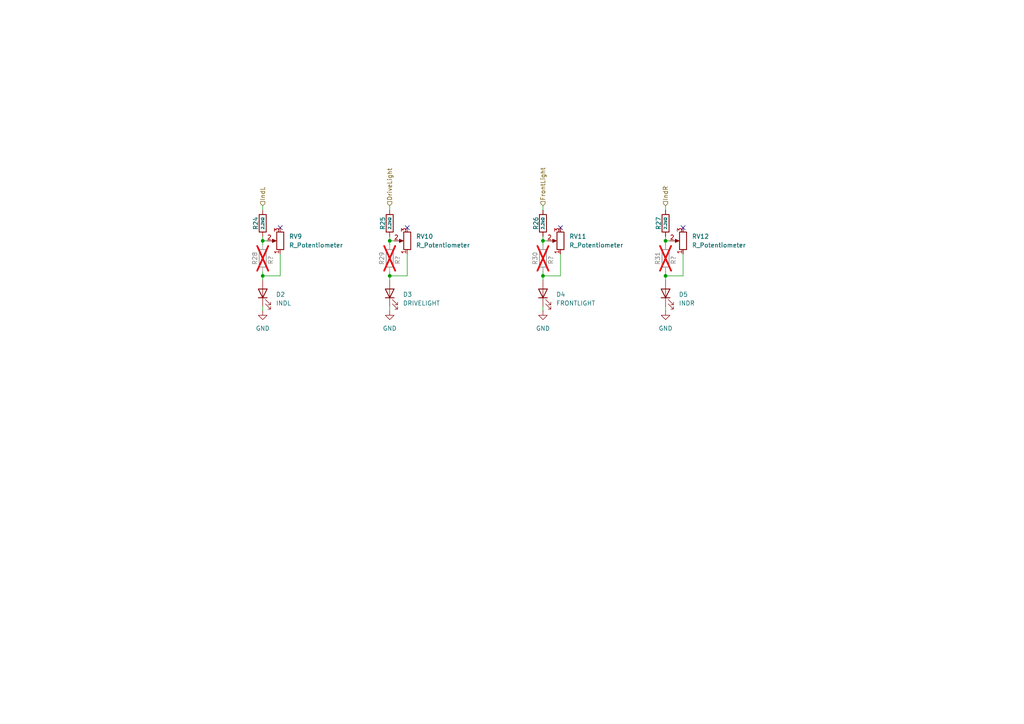
<source format=kicad_sch>
(kicad_sch
	(version 20250114)
	(generator "eeschema")
	(generator_version "9.0")
	(uuid "d040b736-035a-4725-8615-b645845469eb")
	(paper "A4")
	(title_block
		(title "Feedback LEDs")
		(date "2025-11-01")
		(rev "0")
		(company "Solar Energy Racers")
	)
	(lib_symbols
		(symbol "Device:LED"
			(pin_numbers
				(hide yes)
			)
			(pin_names
				(offset 1.016)
				(hide yes)
			)
			(exclude_from_sim no)
			(in_bom yes)
			(on_board yes)
			(property "Reference" "D"
				(at 0 2.54 0)
				(effects
					(font
						(size 1.27 1.27)
					)
				)
			)
			(property "Value" "LED"
				(at 0 -2.54 0)
				(effects
					(font
						(size 1.27 1.27)
					)
				)
			)
			(property "Footprint" ""
				(at 0 0 0)
				(effects
					(font
						(size 1.27 1.27)
					)
					(hide yes)
				)
			)
			(property "Datasheet" "~"
				(at 0 0 0)
				(effects
					(font
						(size 1.27 1.27)
					)
					(hide yes)
				)
			)
			(property "Description" "Light emitting diode"
				(at 0 0 0)
				(effects
					(font
						(size 1.27 1.27)
					)
					(hide yes)
				)
			)
			(property "Sim.Pins" "1=K 2=A"
				(at 0 0 0)
				(effects
					(font
						(size 1.27 1.27)
					)
					(hide yes)
				)
			)
			(property "ki_keywords" "LED diode"
				(at 0 0 0)
				(effects
					(font
						(size 1.27 1.27)
					)
					(hide yes)
				)
			)
			(property "ki_fp_filters" "LED* LED_SMD:* LED_THT:*"
				(at 0 0 0)
				(effects
					(font
						(size 1.27 1.27)
					)
					(hide yes)
				)
			)
			(symbol "LED_0_1"
				(polyline
					(pts
						(xy -3.048 -0.762) (xy -4.572 -2.286) (xy -3.81 -2.286) (xy -4.572 -2.286) (xy -4.572 -1.524)
					)
					(stroke
						(width 0)
						(type default)
					)
					(fill
						(type none)
					)
				)
				(polyline
					(pts
						(xy -1.778 -0.762) (xy -3.302 -2.286) (xy -2.54 -2.286) (xy -3.302 -2.286) (xy -3.302 -1.524)
					)
					(stroke
						(width 0)
						(type default)
					)
					(fill
						(type none)
					)
				)
				(polyline
					(pts
						(xy -1.27 0) (xy 1.27 0)
					)
					(stroke
						(width 0)
						(type default)
					)
					(fill
						(type none)
					)
				)
				(polyline
					(pts
						(xy -1.27 -1.27) (xy -1.27 1.27)
					)
					(stroke
						(width 0.254)
						(type default)
					)
					(fill
						(type none)
					)
				)
				(polyline
					(pts
						(xy 1.27 -1.27) (xy 1.27 1.27) (xy -1.27 0) (xy 1.27 -1.27)
					)
					(stroke
						(width 0.254)
						(type default)
					)
					(fill
						(type none)
					)
				)
			)
			(symbol "LED_1_1"
				(pin passive line
					(at -3.81 0 0)
					(length 2.54)
					(name "K"
						(effects
							(font
								(size 1.27 1.27)
							)
						)
					)
					(number "1"
						(effects
							(font
								(size 1.27 1.27)
							)
						)
					)
				)
				(pin passive line
					(at 3.81 0 180)
					(length 2.54)
					(name "A"
						(effects
							(font
								(size 1.27 1.27)
							)
						)
					)
					(number "2"
						(effects
							(font
								(size 1.27 1.27)
							)
						)
					)
				)
			)
			(embedded_fonts no)
		)
		(symbol "Device:R"
			(pin_numbers
				(hide yes)
			)
			(pin_names
				(offset 0)
			)
			(exclude_from_sim no)
			(in_bom yes)
			(on_board yes)
			(property "Reference" "R"
				(at 2.032 0 90)
				(effects
					(font
						(size 1.27 1.27)
					)
				)
			)
			(property "Value" "R"
				(at 0 0 90)
				(effects
					(font
						(size 1.27 1.27)
					)
				)
			)
			(property "Footprint" ""
				(at -1.778 0 90)
				(effects
					(font
						(size 1.27 1.27)
					)
					(hide yes)
				)
			)
			(property "Datasheet" "~"
				(at 0 0 0)
				(effects
					(font
						(size 1.27 1.27)
					)
					(hide yes)
				)
			)
			(property "Description" "Resistor"
				(at 0 0 0)
				(effects
					(font
						(size 1.27 1.27)
					)
					(hide yes)
				)
			)
			(property "ki_keywords" "R res resistor"
				(at 0 0 0)
				(effects
					(font
						(size 1.27 1.27)
					)
					(hide yes)
				)
			)
			(property "ki_fp_filters" "R_*"
				(at 0 0 0)
				(effects
					(font
						(size 1.27 1.27)
					)
					(hide yes)
				)
			)
			(symbol "R_0_1"
				(rectangle
					(start -1.016 -2.54)
					(end 1.016 2.54)
					(stroke
						(width 0.254)
						(type default)
					)
					(fill
						(type none)
					)
				)
			)
			(symbol "R_1_1"
				(pin passive line
					(at 0 3.81 270)
					(length 1.27)
					(name "~"
						(effects
							(font
								(size 1.27 1.27)
							)
						)
					)
					(number "1"
						(effects
							(font
								(size 1.27 1.27)
							)
						)
					)
				)
				(pin passive line
					(at 0 -3.81 90)
					(length 1.27)
					(name "~"
						(effects
							(font
								(size 1.27 1.27)
							)
						)
					)
					(number "2"
						(effects
							(font
								(size 1.27 1.27)
							)
						)
					)
				)
			)
			(embedded_fonts no)
		)
		(symbol "Device:R_Potentiometer"
			(pin_names
				(offset 1.016)
				(hide yes)
			)
			(exclude_from_sim no)
			(in_bom yes)
			(on_board yes)
			(property "Reference" "RV"
				(at -4.445 0 90)
				(effects
					(font
						(size 1.27 1.27)
					)
				)
			)
			(property "Value" "R_Potentiometer"
				(at -2.54 0 90)
				(effects
					(font
						(size 1.27 1.27)
					)
				)
			)
			(property "Footprint" ""
				(at 0 0 0)
				(effects
					(font
						(size 1.27 1.27)
					)
					(hide yes)
				)
			)
			(property "Datasheet" "~"
				(at 0 0 0)
				(effects
					(font
						(size 1.27 1.27)
					)
					(hide yes)
				)
			)
			(property "Description" "Potentiometer"
				(at 0 0 0)
				(effects
					(font
						(size 1.27 1.27)
					)
					(hide yes)
				)
			)
			(property "ki_keywords" "resistor variable"
				(at 0 0 0)
				(effects
					(font
						(size 1.27 1.27)
					)
					(hide yes)
				)
			)
			(property "ki_fp_filters" "Potentiometer*"
				(at 0 0 0)
				(effects
					(font
						(size 1.27 1.27)
					)
					(hide yes)
				)
			)
			(symbol "R_Potentiometer_0_1"
				(rectangle
					(start 1.016 2.54)
					(end -1.016 -2.54)
					(stroke
						(width 0.254)
						(type default)
					)
					(fill
						(type none)
					)
				)
				(polyline
					(pts
						(xy 1.143 0) (xy 2.286 0.508) (xy 2.286 -0.508) (xy 1.143 0)
					)
					(stroke
						(width 0)
						(type default)
					)
					(fill
						(type outline)
					)
				)
				(polyline
					(pts
						(xy 2.54 0) (xy 1.524 0)
					)
					(stroke
						(width 0)
						(type default)
					)
					(fill
						(type none)
					)
				)
			)
			(symbol "R_Potentiometer_1_1"
				(pin passive line
					(at 0 3.81 270)
					(length 1.27)
					(name "1"
						(effects
							(font
								(size 1.27 1.27)
							)
						)
					)
					(number "1"
						(effects
							(font
								(size 1.27 1.27)
							)
						)
					)
				)
				(pin passive line
					(at 0 -3.81 90)
					(length 1.27)
					(name "3"
						(effects
							(font
								(size 1.27 1.27)
							)
						)
					)
					(number "3"
						(effects
							(font
								(size 1.27 1.27)
							)
						)
					)
				)
				(pin passive line
					(at 3.81 0 180)
					(length 1.27)
					(name "2"
						(effects
							(font
								(size 1.27 1.27)
							)
						)
					)
					(number "2"
						(effects
							(font
								(size 1.27 1.27)
							)
						)
					)
				)
			)
			(embedded_fonts no)
		)
		(symbol "PCM_JLCPCB-Resistors:0603,2.2kΩ"
			(pin_numbers
				(hide yes)
			)
			(pin_names
				(offset 0)
			)
			(exclude_from_sim no)
			(in_bom yes)
			(on_board yes)
			(property "Reference" "R"
				(at 1.778 0 0)
				(effects
					(font
						(size 1.27 1.27)
					)
					(justify left)
				)
			)
			(property "Value" "2.2kΩ"
				(at 0 0 90)
				(do_not_autoplace)
				(effects
					(font
						(size 0.8 0.8)
					)
				)
			)
			(property "Footprint" "PCM_JLCPCB:R_0603"
				(at -1.778 0 90)
				(effects
					(font
						(size 1.27 1.27)
					)
					(hide yes)
				)
			)
			(property "Datasheet" "https://www.lcsc.com/datasheet/lcsc_datasheet_2206010230_UNI-ROYAL-Uniroyal-Elec-0603WAF2201T5E_C4190.pdf"
				(at 0 0 0)
				(effects
					(font
						(size 1.27 1.27)
					)
					(hide yes)
				)
			)
			(property "Description" "100mW Thick Film Resistors 75V ±100ppm/°C ±1% 2.2kΩ 0603 Chip Resistor - Surface Mount ROHS"
				(at 0 0 0)
				(effects
					(font
						(size 1.27 1.27)
					)
					(hide yes)
				)
			)
			(property "LCSC" "C4190"
				(at 0 0 0)
				(effects
					(font
						(size 1.27 1.27)
					)
					(hide yes)
				)
			)
			(property "Stock" "3259603"
				(at 0 0 0)
				(effects
					(font
						(size 1.27 1.27)
					)
					(hide yes)
				)
			)
			(property "Price" "0.004USD"
				(at 0 0 0)
				(effects
					(font
						(size 1.27 1.27)
					)
					(hide yes)
				)
			)
			(property "Process" "SMT"
				(at 0 0 0)
				(effects
					(font
						(size 1.27 1.27)
					)
					(hide yes)
				)
			)
			(property "Minimum Qty" "20"
				(at 0 0 0)
				(effects
					(font
						(size 1.27 1.27)
					)
					(hide yes)
				)
			)
			(property "Attrition Qty" "10"
				(at 0 0 0)
				(effects
					(font
						(size 1.27 1.27)
					)
					(hide yes)
				)
			)
			(property "Class" "Basic Component"
				(at 0 0 0)
				(effects
					(font
						(size 1.27 1.27)
					)
					(hide yes)
				)
			)
			(property "Category" "Resistors,Chip Resistor - Surface Mount"
				(at 0 0 0)
				(effects
					(font
						(size 1.27 1.27)
					)
					(hide yes)
				)
			)
			(property "Manufacturer" "UNI-ROYAL(Uniroyal Elec)"
				(at 0 0 0)
				(effects
					(font
						(size 1.27 1.27)
					)
					(hide yes)
				)
			)
			(property "Part" "0603WAF2201T5E"
				(at 0 0 0)
				(effects
					(font
						(size 1.27 1.27)
					)
					(hide yes)
				)
			)
			(property "Resistance" "2.2kΩ"
				(at 0 0 0)
				(effects
					(font
						(size 1.27 1.27)
					)
					(hide yes)
				)
			)
			(property "Power(Watts)" "100mW"
				(at 0 0 0)
				(effects
					(font
						(size 1.27 1.27)
					)
					(hide yes)
				)
			)
			(property "Type" "Thick Film Resistors"
				(at 0 0 0)
				(effects
					(font
						(size 1.27 1.27)
					)
					(hide yes)
				)
			)
			(property "Overload Voltage (Max)" "75V"
				(at 0 0 0)
				(effects
					(font
						(size 1.27 1.27)
					)
					(hide yes)
				)
			)
			(property "Operating Temperature Range" "-55°C~+155°C"
				(at 0 0 0)
				(effects
					(font
						(size 1.27 1.27)
					)
					(hide yes)
				)
			)
			(property "Tolerance" "±1%"
				(at 0 0 0)
				(effects
					(font
						(size 1.27 1.27)
					)
					(hide yes)
				)
			)
			(property "Temperature Coefficient" "±100ppm/°C"
				(at 0 0 0)
				(effects
					(font
						(size 1.27 1.27)
					)
					(hide yes)
				)
			)
			(property "ki_fp_filters" "R_*"
				(at 0 0 0)
				(effects
					(font
						(size 1.27 1.27)
					)
					(hide yes)
				)
			)
			(symbol "0603,2.2kΩ_0_1"
				(rectangle
					(start -1.016 2.54)
					(end 1.016 -2.54)
					(stroke
						(width 0.254)
						(type default)
					)
					(fill
						(type none)
					)
				)
			)
			(symbol "0603,2.2kΩ_1_1"
				(pin passive line
					(at 0 3.81 270)
					(length 1.27)
					(name "~"
						(effects
							(font
								(size 1.27 1.27)
							)
						)
					)
					(number "1"
						(effects
							(font
								(size 1.27 1.27)
							)
						)
					)
				)
				(pin passive line
					(at 0 -3.81 90)
					(length 1.27)
					(name "~"
						(effects
							(font
								(size 1.27 1.27)
							)
						)
					)
					(number "2"
						(effects
							(font
								(size 1.27 1.27)
							)
						)
					)
				)
			)
			(embedded_fonts no)
		)
		(symbol "power:GND"
			(power)
			(pin_numbers
				(hide yes)
			)
			(pin_names
				(offset 0)
				(hide yes)
			)
			(exclude_from_sim no)
			(in_bom yes)
			(on_board yes)
			(property "Reference" "#PWR"
				(at 0 -6.35 0)
				(effects
					(font
						(size 1.27 1.27)
					)
					(hide yes)
				)
			)
			(property "Value" "GND"
				(at 0 -3.81 0)
				(effects
					(font
						(size 1.27 1.27)
					)
				)
			)
			(property "Footprint" ""
				(at 0 0 0)
				(effects
					(font
						(size 1.27 1.27)
					)
					(hide yes)
				)
			)
			(property "Datasheet" ""
				(at 0 0 0)
				(effects
					(font
						(size 1.27 1.27)
					)
					(hide yes)
				)
			)
			(property "Description" "Power symbol creates a global label with name \"GND\" , ground"
				(at 0 0 0)
				(effects
					(font
						(size 1.27 1.27)
					)
					(hide yes)
				)
			)
			(property "ki_keywords" "global power"
				(at 0 0 0)
				(effects
					(font
						(size 1.27 1.27)
					)
					(hide yes)
				)
			)
			(symbol "GND_0_1"
				(polyline
					(pts
						(xy 0 0) (xy 0 -1.27) (xy 1.27 -1.27) (xy 0 -2.54) (xy -1.27 -1.27) (xy 0 -1.27)
					)
					(stroke
						(width 0)
						(type default)
					)
					(fill
						(type none)
					)
				)
			)
			(symbol "GND_1_1"
				(pin power_in line
					(at 0 0 270)
					(length 0)
					(name "~"
						(effects
							(font
								(size 1.27 1.27)
							)
						)
					)
					(number "1"
						(effects
							(font
								(size 1.27 1.27)
							)
						)
					)
				)
			)
			(embedded_fonts no)
		)
	)
	(junction
		(at 193.04 80.01)
		(diameter 0)
		(color 0 0 0 0)
		(uuid "06331690-cbf6-4a3e-a840-96f8cfb76ca9")
	)
	(junction
		(at 157.48 69.85)
		(diameter 0)
		(color 0 0 0 0)
		(uuid "3da57b74-8dfb-4842-81fa-60968ab4f5c3")
	)
	(junction
		(at 76.2 80.01)
		(diameter 0)
		(color 0 0 0 0)
		(uuid "4bfd2606-e1b0-496b-8952-f662580ea45f")
	)
	(junction
		(at 76.2 69.85)
		(diameter 0)
		(color 0 0 0 0)
		(uuid "627c2ccd-3ddf-4485-b6d2-ba4eb16957ef")
	)
	(junction
		(at 157.48 80.01)
		(diameter 0)
		(color 0 0 0 0)
		(uuid "70933f19-f54c-44df-8a03-ca662197457d")
	)
	(junction
		(at 113.03 69.85)
		(diameter 0)
		(color 0 0 0 0)
		(uuid "a12a75fd-f1e4-4799-bee8-427ecb3a89a5")
	)
	(junction
		(at 113.03 80.01)
		(diameter 0)
		(color 0 0 0 0)
		(uuid "ac770ed6-e7d1-49d3-9118-5fec77fb2e94")
	)
	(junction
		(at 193.04 69.85)
		(diameter 0)
		(color 0 0 0 0)
		(uuid "f1b17708-7f5c-4e68-9069-ac323dbd64b4")
	)
	(no_connect
		(at 81.28 66.04)
		(uuid "6e777b06-a429-4e36-a834-cad6babb5444")
	)
	(no_connect
		(at 198.12 66.04)
		(uuid "a1274d38-ae04-4fb8-b9b9-4238fcf9734b")
	)
	(no_connect
		(at 162.56 66.04)
		(uuid "afa9c2cf-8180-4f42-abd4-636ff54d6dbc")
	)
	(no_connect
		(at 118.11 66.04)
		(uuid "d7ddc612-0e9f-4189-97bd-bfb7e40875f0")
	)
	(wire
		(pts
			(xy 113.03 69.85) (xy 114.3 69.85)
		)
		(stroke
			(width 0)
			(type default)
		)
		(uuid "07fc92a7-0827-46fd-a483-9504ea4835aa")
	)
	(wire
		(pts
			(xy 193.04 69.85) (xy 193.04 71.12)
		)
		(stroke
			(width 0)
			(type default)
		)
		(uuid "15776883-6208-45ad-928c-5ed217257862")
	)
	(wire
		(pts
			(xy 118.11 73.66) (xy 118.11 80.01)
		)
		(stroke
			(width 0)
			(type default)
		)
		(uuid "1d89c959-d4fa-4b3a-9b33-0333b01ed380")
	)
	(wire
		(pts
			(xy 198.12 80.01) (xy 193.04 80.01)
		)
		(stroke
			(width 0)
			(type default)
		)
		(uuid "1e38e590-df95-4043-8eb4-9d78958603f7")
	)
	(wire
		(pts
			(xy 76.2 88.9) (xy 76.2 90.17)
		)
		(stroke
			(width 0)
			(type default)
		)
		(uuid "2e540fd3-5e01-45b0-aa02-91c4aed11ff7")
	)
	(wire
		(pts
			(xy 157.48 69.85) (xy 157.48 71.12)
		)
		(stroke
			(width 0)
			(type default)
		)
		(uuid "406923d0-052d-4493-8363-e2c4283f1fea")
	)
	(wire
		(pts
			(xy 76.2 78.74) (xy 76.2 80.01)
		)
		(stroke
			(width 0)
			(type default)
		)
		(uuid "42bc9397-4c62-4417-b754-9d368f33492c")
	)
	(wire
		(pts
			(xy 157.48 80.01) (xy 157.48 81.28)
		)
		(stroke
			(width 0)
			(type default)
		)
		(uuid "526f1619-9947-448f-b7da-d289172fa2e1")
	)
	(wire
		(pts
			(xy 113.03 69.85) (xy 113.03 71.12)
		)
		(stroke
			(width 0)
			(type default)
		)
		(uuid "5a68a0e7-59c6-46f3-911e-68082df5c5e3")
	)
	(wire
		(pts
			(xy 157.48 78.74) (xy 157.48 80.01)
		)
		(stroke
			(width 0)
			(type default)
		)
		(uuid "5f35c375-9f00-4649-a36b-91477ee30b69")
	)
	(wire
		(pts
			(xy 113.03 88.9) (xy 113.03 90.17)
		)
		(stroke
			(width 0)
			(type default)
		)
		(uuid "601fcba5-558d-4828-a55b-6cc0539a3979")
	)
	(wire
		(pts
			(xy 193.04 68.58) (xy 193.04 69.85)
		)
		(stroke
			(width 0)
			(type default)
		)
		(uuid "6418b9da-f8b0-4d2e-9e6f-04d779759b03")
	)
	(wire
		(pts
			(xy 198.12 73.66) (xy 198.12 80.01)
		)
		(stroke
			(width 0)
			(type default)
		)
		(uuid "64e64ebe-9c8a-4828-8afa-ea1c47888fc7")
	)
	(wire
		(pts
			(xy 113.03 68.58) (xy 113.03 69.85)
		)
		(stroke
			(width 0)
			(type default)
		)
		(uuid "6d97e3fe-85e6-4cc6-a67d-61ffc0b429b9")
	)
	(wire
		(pts
			(xy 157.48 59.69) (xy 157.48 60.96)
		)
		(stroke
			(width 0)
			(type default)
		)
		(uuid "740113c8-7e76-444c-b88b-47b1c96533e9")
	)
	(wire
		(pts
			(xy 193.04 78.74) (xy 193.04 80.01)
		)
		(stroke
			(width 0)
			(type default)
		)
		(uuid "85106953-0d04-4e7e-8078-8a96aebd47ca")
	)
	(wire
		(pts
			(xy 193.04 69.85) (xy 194.31 69.85)
		)
		(stroke
			(width 0)
			(type default)
		)
		(uuid "89efd21c-886e-4c44-91a2-da8f64ca7fa4")
	)
	(wire
		(pts
			(xy 113.03 80.01) (xy 113.03 81.28)
		)
		(stroke
			(width 0)
			(type default)
		)
		(uuid "8f99b862-9e5c-48ea-9511-1d4c3c8fe819")
	)
	(wire
		(pts
			(xy 76.2 59.69) (xy 76.2 60.96)
		)
		(stroke
			(width 0)
			(type default)
		)
		(uuid "92eac492-079e-4f96-b89f-c0eb4f5fbbce")
	)
	(wire
		(pts
			(xy 76.2 80.01) (xy 76.2 81.28)
		)
		(stroke
			(width 0)
			(type default)
		)
		(uuid "939d338f-69a7-48d9-b371-26cab51e916b")
	)
	(wire
		(pts
			(xy 157.48 68.58) (xy 157.48 69.85)
		)
		(stroke
			(width 0)
			(type default)
		)
		(uuid "9e2d61af-5190-4d55-8a15-1c64b7178694")
	)
	(wire
		(pts
			(xy 81.28 73.66) (xy 81.28 80.01)
		)
		(stroke
			(width 0)
			(type default)
		)
		(uuid "a38cef29-318a-4939-835c-0d6b6cca0476")
	)
	(wire
		(pts
			(xy 193.04 80.01) (xy 193.04 81.28)
		)
		(stroke
			(width 0)
			(type default)
		)
		(uuid "a7dda42b-2d8a-44bb-95fc-3e31463cc1b0")
	)
	(wire
		(pts
			(xy 76.2 68.58) (xy 76.2 69.85)
		)
		(stroke
			(width 0)
			(type default)
		)
		(uuid "b69ba3bc-a1e8-49c0-9927-abfd130556a3")
	)
	(wire
		(pts
			(xy 76.2 69.85) (xy 76.2 71.12)
		)
		(stroke
			(width 0)
			(type default)
		)
		(uuid "bd775411-0692-4eaa-ba81-3e742db95d0b")
	)
	(wire
		(pts
			(xy 162.56 80.01) (xy 157.48 80.01)
		)
		(stroke
			(width 0)
			(type default)
		)
		(uuid "cb4ae20e-db68-43c5-99c6-e4ef7f02fec8")
	)
	(wire
		(pts
			(xy 76.2 69.85) (xy 77.47 69.85)
		)
		(stroke
			(width 0)
			(type default)
		)
		(uuid "cd1f75a3-4684-4dd1-ae34-8e8ecfa39fc7")
	)
	(wire
		(pts
			(xy 157.48 88.9) (xy 157.48 90.17)
		)
		(stroke
			(width 0)
			(type default)
		)
		(uuid "d1503ae6-cfd8-42a3-98d0-1f5e97c7ce1f")
	)
	(wire
		(pts
			(xy 157.48 69.85) (xy 158.75 69.85)
		)
		(stroke
			(width 0)
			(type default)
		)
		(uuid "da4f36c7-51df-4c08-938d-a2a1a70b6557")
	)
	(wire
		(pts
			(xy 81.28 80.01) (xy 76.2 80.01)
		)
		(stroke
			(width 0)
			(type default)
		)
		(uuid "e112cc20-e4e7-4f55-8372-e2e2f431e2fb")
	)
	(wire
		(pts
			(xy 113.03 59.69) (xy 113.03 60.96)
		)
		(stroke
			(width 0)
			(type default)
		)
		(uuid "e70ce046-2e0a-4bd8-821d-dc46c9ac9daf")
	)
	(wire
		(pts
			(xy 193.04 88.9) (xy 193.04 90.17)
		)
		(stroke
			(width 0)
			(type default)
		)
		(uuid "ed1b9981-09a3-4091-9a8d-8727a475532f")
	)
	(wire
		(pts
			(xy 118.11 80.01) (xy 113.03 80.01)
		)
		(stroke
			(width 0)
			(type default)
		)
		(uuid "f26cf860-cb6e-439c-8079-e986f4bfd42c")
	)
	(wire
		(pts
			(xy 162.56 73.66) (xy 162.56 80.01)
		)
		(stroke
			(width 0)
			(type default)
		)
		(uuid "f28c751f-2c01-4b32-941c-22405dd50ccc")
	)
	(wire
		(pts
			(xy 193.04 59.69) (xy 193.04 60.96)
		)
		(stroke
			(width 0)
			(type default)
		)
		(uuid "f5bcba49-52af-4abf-bb92-6689e13a29cb")
	)
	(wire
		(pts
			(xy 113.03 78.74) (xy 113.03 80.01)
		)
		(stroke
			(width 0)
			(type default)
		)
		(uuid "fb6f1a05-2989-4f60-9f22-d040c1b6d9e1")
	)
	(hierarchical_label "DriveLight"
		(shape input)
		(at 113.03 59.69 90)
		(effects
			(font
				(size 1.27 1.27)
			)
			(justify left)
		)
		(uuid "06286d03-c3c1-4411-a069-9b5b8919746a")
	)
	(hierarchical_label "IndL"
		(shape input)
		(at 76.2 59.69 90)
		(effects
			(font
				(size 1.27 1.27)
			)
			(justify left)
		)
		(uuid "29feb92c-54df-4c9e-b641-812244396380")
	)
	(hierarchical_label "IndR"
		(shape input)
		(at 193.04 59.69 90)
		(effects
			(font
				(size 1.27 1.27)
			)
			(justify left)
		)
		(uuid "68eac22c-c4ad-40be-90eb-2d4c4e16f36a")
	)
	(hierarchical_label "FrontLight"
		(shape input)
		(at 157.48 59.69 90)
		(effects
			(font
				(size 1.27 1.27)
			)
			(justify left)
		)
		(uuid "b28493d7-7df9-48df-9d51-c270242b39aa")
	)
	(symbol
		(lib_id "PCM_JLCPCB-Resistors:0603,2.2kΩ")
		(at 113.03 64.77 180)
		(unit 1)
		(exclude_from_sim no)
		(in_bom yes)
		(on_board yes)
		(dnp no)
		(uuid "060e273b-c2cc-47a1-9887-e7e9bff4bde9")
		(property "Reference" "R25"
			(at 110.998 64.77 90)
			(effects
				(font
					(size 1.27 1.27)
				)
			)
		)
		(property "Value" "2.2kΩ"
			(at 113.03 64.77 90)
			(do_not_autoplace yes)
			(effects
				(font
					(size 0.8 0.8)
				)
			)
		)
		(property "Footprint" "PCM_JLCPCB:R_0603"
			(at 114.808 64.77 90)
			(effects
				(font
					(size 1.27 1.27)
				)
				(hide yes)
			)
		)
		(property "Datasheet" "https://www.lcsc.com/datasheet/lcsc_datasheet_2206010230_UNI-ROYAL-Uniroyal-Elec-0603WAF2201T5E_C4190.pdf"
			(at 113.03 64.77 0)
			(effects
				(font
					(size 1.27 1.27)
				)
				(hide yes)
			)
		)
		(property "Description" "100mW Thick Film Resistors 75V ±100ppm/°C ±1% 2.2kΩ 0603 Chip Resistor - Surface Mount ROHS"
			(at 113.03 64.77 0)
			(effects
				(font
					(size 1.27 1.27)
				)
				(hide yes)
			)
		)
		(property "LCSC" "C4190"
			(at 113.03 64.77 0)
			(effects
				(font
					(size 1.27 1.27)
				)
				(hide yes)
			)
		)
		(property "Stock" "3259603"
			(at 113.03 64.77 0)
			(effects
				(font
					(size 1.27 1.27)
				)
				(hide yes)
			)
		)
		(property "Price" "0.004USD"
			(at 113.03 64.77 0)
			(effects
				(font
					(size 1.27 1.27)
				)
				(hide yes)
			)
		)
		(property "Process" "SMT"
			(at 113.03 64.77 0)
			(effects
				(font
					(size 1.27 1.27)
				)
				(hide yes)
			)
		)
		(property "Minimum Qty" "20"
			(at 113.03 64.77 0)
			(effects
				(font
					(size 1.27 1.27)
				)
				(hide yes)
			)
		)
		(property "Attrition Qty" "10"
			(at 113.03 64.77 0)
			(effects
				(font
					(size 1.27 1.27)
				)
				(hide yes)
			)
		)
		(property "Class" "Basic Component"
			(at 113.03 64.77 0)
			(effects
				(font
					(size 1.27 1.27)
				)
				(hide yes)
			)
		)
		(property "Category" "Resistors,Chip Resistor - Surface Mount"
			(at 113.03 64.77 0)
			(effects
				(font
					(size 1.27 1.27)
				)
				(hide yes)
			)
		)
		(property "Manufacturer" "UNI-ROYAL(Uniroyal Elec)"
			(at 113.03 64.77 0)
			(effects
				(font
					(size 1.27 1.27)
				)
				(hide yes)
			)
		)
		(property "Part" "0603WAF2201T5E"
			(at 113.03 64.77 0)
			(effects
				(font
					(size 1.27 1.27)
				)
				(hide yes)
			)
		)
		(property "Resistance" "2.2kΩ"
			(at 113.03 64.77 0)
			(effects
				(font
					(size 1.27 1.27)
				)
				(hide yes)
			)
		)
		(property "Power(Watts)" "100mW"
			(at 113.03 64.77 0)
			(effects
				(font
					(size 1.27 1.27)
				)
				(hide yes)
			)
		)
		(property "Type" "Thick Film Resistors"
			(at 113.03 64.77 0)
			(effects
				(font
					(size 1.27 1.27)
				)
				(hide yes)
			)
		)
		(property "Overload Voltage (Max)" "75V"
			(at 113.03 64.77 0)
			(effects
				(font
					(size 1.27 1.27)
				)
				(hide yes)
			)
		)
		(property "Operating Temperature Range" "-55°C~+155°C"
			(at 113.03 64.77 0)
			(effects
				(font
					(size 1.27 1.27)
				)
				(hide yes)
			)
		)
		(property "Tolerance" "±1%"
			(at 113.03 64.77 0)
			(effects
				(font
					(size 1.27 1.27)
				)
				(hide yes)
			)
		)
		(property "Temperature Coefficient" "±100ppm/°C"
			(at 113.03 64.77 0)
			(effects
				(font
					(size 1.27 1.27)
				)
				(hide yes)
			)
		)
		(pin "2"
			(uuid "908db88a-7f74-4a97-b0b7-4f9cdff0b094")
		)
		(pin "1"
			(uuid "a77f14c7-e657-41b0-bfe3-cb9f0c8938be")
		)
		(instances
			(project "AuxController"
				(path "/9544068f-39f5-4662-8d0e-f77047cf820d/eb1ad243-61d0-487a-91c4-137ca779a7e0"
					(reference "R25")
					(unit 1)
				)
			)
		)
	)
	(symbol
		(lib_id "Device:R_Potentiometer")
		(at 162.56 69.85 180)
		(unit 1)
		(exclude_from_sim no)
		(in_bom yes)
		(on_board yes)
		(dnp no)
		(fields_autoplaced yes)
		(uuid "0ab1df1c-3f7c-4f9c-8703-9b274fb6e58f")
		(property "Reference" "RV11"
			(at 165.1 68.5799 0)
			(effects
				(font
					(size 1.27 1.27)
				)
				(justify right)
			)
		)
		(property "Value" "R_Potentiometer"
			(at 165.1 71.1199 0)
			(effects
				(font
					(size 1.27 1.27)
				)
				(justify right)
			)
		)
		(property "Footprint" "Potentiometer_SMD:Potentiometer_Bourns_TC33X_Vertical"
			(at 162.56 69.85 0)
			(effects
				(font
					(size 1.27 1.27)
				)
				(hide yes)
			)
		)
		(property "Datasheet" "~"
			(at 162.56 69.85 0)
			(effects
				(font
					(size 1.27 1.27)
				)
				(hide yes)
			)
		)
		(property "Description" "TC33X-2-104E"
			(at 162.56 69.85 0)
			(effects
				(font
					(size 1.27 1.27)
				)
				(hide yes)
			)
		)
		(pin "2"
			(uuid "75083e84-fccd-47e3-909a-2996d78f4f93")
		)
		(pin "3"
			(uuid "7fb414a6-bf68-4d69-ab09-02cf87d043e6")
		)
		(pin "1"
			(uuid "626cb408-8705-4693-b35a-1e7ed554ab97")
		)
		(instances
			(project "AuxController"
				(path "/9544068f-39f5-4662-8d0e-f77047cf820d/eb1ad243-61d0-487a-91c4-137ca779a7e0"
					(reference "RV11")
					(unit 1)
				)
			)
		)
	)
	(symbol
		(lib_id "PCM_JLCPCB-Resistors:0603,2.2kΩ")
		(at 193.04 64.77 180)
		(unit 1)
		(exclude_from_sim no)
		(in_bom yes)
		(on_board yes)
		(dnp no)
		(uuid "0dced7c7-bb36-4278-a7e4-3fe8516f1b71")
		(property "Reference" "R27"
			(at 191.008 64.77 90)
			(effects
				(font
					(size 1.27 1.27)
				)
			)
		)
		(property "Value" "2.2kΩ"
			(at 193.04 64.77 90)
			(do_not_autoplace yes)
			(effects
				(font
					(size 0.8 0.8)
				)
			)
		)
		(property "Footprint" "PCM_JLCPCB:R_0603"
			(at 194.818 64.77 90)
			(effects
				(font
					(size 1.27 1.27)
				)
				(hide yes)
			)
		)
		(property "Datasheet" "https://www.lcsc.com/datasheet/lcsc_datasheet_2206010230_UNI-ROYAL-Uniroyal-Elec-0603WAF2201T5E_C4190.pdf"
			(at 193.04 64.77 0)
			(effects
				(font
					(size 1.27 1.27)
				)
				(hide yes)
			)
		)
		(property "Description" "100mW Thick Film Resistors 75V ±100ppm/°C ±1% 2.2kΩ 0603 Chip Resistor - Surface Mount ROHS"
			(at 193.04 64.77 0)
			(effects
				(font
					(size 1.27 1.27)
				)
				(hide yes)
			)
		)
		(property "LCSC" "C4190"
			(at 193.04 64.77 0)
			(effects
				(font
					(size 1.27 1.27)
				)
				(hide yes)
			)
		)
		(property "Stock" "3259603"
			(at 193.04 64.77 0)
			(effects
				(font
					(size 1.27 1.27)
				)
				(hide yes)
			)
		)
		(property "Price" "0.004USD"
			(at 193.04 64.77 0)
			(effects
				(font
					(size 1.27 1.27)
				)
				(hide yes)
			)
		)
		(property "Process" "SMT"
			(at 193.04 64.77 0)
			(effects
				(font
					(size 1.27 1.27)
				)
				(hide yes)
			)
		)
		(property "Minimum Qty" "20"
			(at 193.04 64.77 0)
			(effects
				(font
					(size 1.27 1.27)
				)
				(hide yes)
			)
		)
		(property "Attrition Qty" "10"
			(at 193.04 64.77 0)
			(effects
				(font
					(size 1.27 1.27)
				)
				(hide yes)
			)
		)
		(property "Class" "Basic Component"
			(at 193.04 64.77 0)
			(effects
				(font
					(size 1.27 1.27)
				)
				(hide yes)
			)
		)
		(property "Category" "Resistors,Chip Resistor - Surface Mount"
			(at 193.04 64.77 0)
			(effects
				(font
					(size 1.27 1.27)
				)
				(hide yes)
			)
		)
		(property "Manufacturer" "UNI-ROYAL(Uniroyal Elec)"
			(at 193.04 64.77 0)
			(effects
				(font
					(size 1.27 1.27)
				)
				(hide yes)
			)
		)
		(property "Part" "0603WAF2201T5E"
			(at 193.04 64.77 0)
			(effects
				(font
					(size 1.27 1.27)
				)
				(hide yes)
			)
		)
		(property "Resistance" "2.2kΩ"
			(at 193.04 64.77 0)
			(effects
				(font
					(size 1.27 1.27)
				)
				(hide yes)
			)
		)
		(property "Power(Watts)" "100mW"
			(at 193.04 64.77 0)
			(effects
				(font
					(size 1.27 1.27)
				)
				(hide yes)
			)
		)
		(property "Type" "Thick Film Resistors"
			(at 193.04 64.77 0)
			(effects
				(font
					(size 1.27 1.27)
				)
				(hide yes)
			)
		)
		(property "Overload Voltage (Max)" "75V"
			(at 193.04 64.77 0)
			(effects
				(font
					(size 1.27 1.27)
				)
				(hide yes)
			)
		)
		(property "Operating Temperature Range" "-55°C~+155°C"
			(at 193.04 64.77 0)
			(effects
				(font
					(size 1.27 1.27)
				)
				(hide yes)
			)
		)
		(property "Tolerance" "±1%"
			(at 193.04 64.77 0)
			(effects
				(font
					(size 1.27 1.27)
				)
				(hide yes)
			)
		)
		(property "Temperature Coefficient" "±100ppm/°C"
			(at 193.04 64.77 0)
			(effects
				(font
					(size 1.27 1.27)
				)
				(hide yes)
			)
		)
		(pin "2"
			(uuid "700f2e13-98bb-440e-ad68-b7914ed0178d")
		)
		(pin "1"
			(uuid "c529be6e-eb7c-46d2-9d44-9b0634032ec3")
		)
		(instances
			(project "AuxController"
				(path "/9544068f-39f5-4662-8d0e-f77047cf820d/eb1ad243-61d0-487a-91c4-137ca779a7e0"
					(reference "R27")
					(unit 1)
				)
			)
		)
	)
	(symbol
		(lib_id "Device:R_Potentiometer")
		(at 81.28 69.85 180)
		(unit 1)
		(exclude_from_sim no)
		(in_bom yes)
		(on_board yes)
		(dnp no)
		(fields_autoplaced yes)
		(uuid "10cbcb8f-c149-4c1b-80a8-69b768d3a598")
		(property "Reference" "RV9"
			(at 83.82 68.5799 0)
			(effects
				(font
					(size 1.27 1.27)
				)
				(justify right)
			)
		)
		(property "Value" "R_Potentiometer"
			(at 83.82 71.1199 0)
			(effects
				(font
					(size 1.27 1.27)
				)
				(justify right)
			)
		)
		(property "Footprint" "Potentiometer_SMD:Potentiometer_Bourns_TC33X_Vertical"
			(at 81.28 69.85 0)
			(effects
				(font
					(size 1.27 1.27)
				)
				(hide yes)
			)
		)
		(property "Datasheet" "~"
			(at 81.28 69.85 0)
			(effects
				(font
					(size 1.27 1.27)
				)
				(hide yes)
			)
		)
		(property "Description" "TC33X-2-104E"
			(at 81.28 69.85 0)
			(effects
				(font
					(size 1.27 1.27)
				)
				(hide yes)
			)
		)
		(pin "2"
			(uuid "d1f44be1-0a21-4678-b74d-cceb1556ab86")
		)
		(pin "3"
			(uuid "1f3a3934-d21d-4a2c-a24d-a51510f2a06b")
		)
		(pin "1"
			(uuid "786b80ab-07d6-4508-8aac-e78778bec65d")
		)
		(instances
			(project "AuxController"
				(path "/9544068f-39f5-4662-8d0e-f77047cf820d/eb1ad243-61d0-487a-91c4-137ca779a7e0"
					(reference "RV9")
					(unit 1)
				)
			)
		)
	)
	(symbol
		(lib_id "Device:R")
		(at 76.2 74.93 180)
		(unit 1)
		(exclude_from_sim no)
		(in_bom no)
		(on_board yes)
		(dnp yes)
		(uuid "29bc4399-cc1d-4a53-97cd-76fb043bc23f")
		(property "Reference" "R28"
			(at 73.914 74.93 90)
			(effects
				(font
					(size 1.27 1.27)
				)
			)
		)
		(property "Value" "R?"
			(at 78.486 75.438 90)
			(effects
				(font
					(size 1.27 1.27)
				)
			)
		)
		(property "Footprint" "Resistor_SMD:R_0603_1608Metric"
			(at 77.978 74.93 90)
			(effects
				(font
					(size 1.27 1.27)
				)
				(hide yes)
			)
		)
		(property "Datasheet" "~"
			(at 76.2 74.93 0)
			(effects
				(font
					(size 1.27 1.27)
				)
				(hide yes)
			)
		)
		(property "Description" "Resistor"
			(at 76.2 74.93 0)
			(effects
				(font
					(size 1.27 1.27)
				)
				(hide yes)
			)
		)
		(pin "1"
			(uuid "9a5fee82-d7fb-4355-83a7-3cf346d6ad46")
		)
		(pin "2"
			(uuid "e631ad05-610f-4085-a246-c34f29aa4a89")
		)
		(instances
			(project "AuxController"
				(path "/9544068f-39f5-4662-8d0e-f77047cf820d/eb1ad243-61d0-487a-91c4-137ca779a7e0"
					(reference "R28")
					(unit 1)
				)
			)
		)
	)
	(symbol
		(lib_id "Device:LED")
		(at 193.04 85.09 90)
		(unit 1)
		(exclude_from_sim no)
		(in_bom yes)
		(on_board yes)
		(dnp no)
		(fields_autoplaced yes)
		(uuid "2c327b5e-9653-4dd6-9bda-dccf4aec6e93")
		(property "Reference" "D5"
			(at 196.85 85.4074 90)
			(effects
				(font
					(size 1.27 1.27)
				)
				(justify right)
			)
		)
		(property "Value" "INDR"
			(at 196.85 87.9474 90)
			(effects
				(font
					(size 1.27 1.27)
				)
				(justify right)
			)
		)
		(property "Footprint" "LED_THT:LED_D3.0mm"
			(at 193.04 85.09 0)
			(effects
				(font
					(size 1.27 1.27)
				)
				(hide yes)
			)
		)
		(property "Datasheet" "~"
			(at 193.04 85.09 0)
			(effects
				(font
					(size 1.27 1.27)
				)
				(hide yes)
			)
		)
		(property "Description" "Light emitting diode"
			(at 193.04 85.09 0)
			(effects
				(font
					(size 1.27 1.27)
				)
				(hide yes)
			)
		)
		(property "Sim.Pins" "1=K 2=A"
			(at 193.04 85.09 0)
			(effects
				(font
					(size 1.27 1.27)
				)
				(hide yes)
			)
		)
		(pin "1"
			(uuid "f914bcfd-9222-4077-9f26-b474efdee75a")
		)
		(pin "2"
			(uuid "9cf18bb4-8e7c-4182-915b-a2afc83415dc")
		)
		(instances
			(project "AuxController"
				(path "/9544068f-39f5-4662-8d0e-f77047cf820d/eb1ad243-61d0-487a-91c4-137ca779a7e0"
					(reference "D5")
					(unit 1)
				)
			)
		)
	)
	(symbol
		(lib_id "Device:LED")
		(at 113.03 85.09 90)
		(unit 1)
		(exclude_from_sim no)
		(in_bom yes)
		(on_board yes)
		(dnp no)
		(fields_autoplaced yes)
		(uuid "3dfcb551-d9fb-4350-be59-8002b7685d3b")
		(property "Reference" "D3"
			(at 116.84 85.4074 90)
			(effects
				(font
					(size 1.27 1.27)
				)
				(justify right)
			)
		)
		(property "Value" "DRIVELIGHT"
			(at 116.84 87.9474 90)
			(effects
				(font
					(size 1.27 1.27)
				)
				(justify right)
			)
		)
		(property "Footprint" "LED_THT:LED_D3.0mm"
			(at 113.03 85.09 0)
			(effects
				(font
					(size 1.27 1.27)
				)
				(hide yes)
			)
		)
		(property "Datasheet" "~"
			(at 113.03 85.09 0)
			(effects
				(font
					(size 1.27 1.27)
				)
				(hide yes)
			)
		)
		(property "Description" "Light emitting diode"
			(at 113.03 85.09 0)
			(effects
				(font
					(size 1.27 1.27)
				)
				(hide yes)
			)
		)
		(property "Sim.Pins" "1=K 2=A"
			(at 113.03 85.09 0)
			(effects
				(font
					(size 1.27 1.27)
				)
				(hide yes)
			)
		)
		(pin "1"
			(uuid "591f0662-486a-444e-81dc-7c7d685a452f")
		)
		(pin "2"
			(uuid "87754425-1e77-4b6b-b1af-56734190a54c")
		)
		(instances
			(project ""
				(path "/9544068f-39f5-4662-8d0e-f77047cf820d/eb1ad243-61d0-487a-91c4-137ca779a7e0"
					(reference "D3")
					(unit 1)
				)
			)
		)
	)
	(symbol
		(lib_id "Device:R")
		(at 193.04 74.93 180)
		(unit 1)
		(exclude_from_sim no)
		(in_bom no)
		(on_board yes)
		(dnp yes)
		(uuid "5927d7d9-1880-47bc-8b62-032b9e51f4b4")
		(property "Reference" "R31"
			(at 190.754 74.93 90)
			(effects
				(font
					(size 1.27 1.27)
				)
			)
		)
		(property "Value" "R?"
			(at 195.326 75.438 90)
			(effects
				(font
					(size 1.27 1.27)
				)
			)
		)
		(property "Footprint" "Resistor_SMD:R_0603_1608Metric"
			(at 194.818 74.93 90)
			(effects
				(font
					(size 1.27 1.27)
				)
				(hide yes)
			)
		)
		(property "Datasheet" "~"
			(at 193.04 74.93 0)
			(effects
				(font
					(size 1.27 1.27)
				)
				(hide yes)
			)
		)
		(property "Description" "Resistor"
			(at 193.04 74.93 0)
			(effects
				(font
					(size 1.27 1.27)
				)
				(hide yes)
			)
		)
		(pin "1"
			(uuid "5ad4d5f1-270e-4cd6-9b18-268acb5f1c12")
		)
		(pin "2"
			(uuid "a355aaf1-cbd2-43e6-b59e-d891fa5b6391")
		)
		(instances
			(project "AuxController"
				(path "/9544068f-39f5-4662-8d0e-f77047cf820d/eb1ad243-61d0-487a-91c4-137ca779a7e0"
					(reference "R31")
					(unit 1)
				)
			)
		)
	)
	(symbol
		(lib_id "PCM_JLCPCB-Resistors:0603,2.2kΩ")
		(at 157.48 64.77 180)
		(unit 1)
		(exclude_from_sim no)
		(in_bom yes)
		(on_board yes)
		(dnp no)
		(uuid "6ecaaabc-b9a4-4471-8e29-d6bc099c908c")
		(property "Reference" "R26"
			(at 155.448 64.77 90)
			(effects
				(font
					(size 1.27 1.27)
				)
			)
		)
		(property "Value" "2.2kΩ"
			(at 157.48 64.77 90)
			(do_not_autoplace yes)
			(effects
				(font
					(size 0.8 0.8)
				)
			)
		)
		(property "Footprint" "PCM_JLCPCB:R_0603"
			(at 159.258 64.77 90)
			(effects
				(font
					(size 1.27 1.27)
				)
				(hide yes)
			)
		)
		(property "Datasheet" "https://www.lcsc.com/datasheet/lcsc_datasheet_2206010230_UNI-ROYAL-Uniroyal-Elec-0603WAF2201T5E_C4190.pdf"
			(at 157.48 64.77 0)
			(effects
				(font
					(size 1.27 1.27)
				)
				(hide yes)
			)
		)
		(property "Description" "100mW Thick Film Resistors 75V ±100ppm/°C ±1% 2.2kΩ 0603 Chip Resistor - Surface Mount ROHS"
			(at 157.48 64.77 0)
			(effects
				(font
					(size 1.27 1.27)
				)
				(hide yes)
			)
		)
		(property "LCSC" "C4190"
			(at 157.48 64.77 0)
			(effects
				(font
					(size 1.27 1.27)
				)
				(hide yes)
			)
		)
		(property "Stock" "3259603"
			(at 157.48 64.77 0)
			(effects
				(font
					(size 1.27 1.27)
				)
				(hide yes)
			)
		)
		(property "Price" "0.004USD"
			(at 157.48 64.77 0)
			(effects
				(font
					(size 1.27 1.27)
				)
				(hide yes)
			)
		)
		(property "Process" "SMT"
			(at 157.48 64.77 0)
			(effects
				(font
					(size 1.27 1.27)
				)
				(hide yes)
			)
		)
		(property "Minimum Qty" "20"
			(at 157.48 64.77 0)
			(effects
				(font
					(size 1.27 1.27)
				)
				(hide yes)
			)
		)
		(property "Attrition Qty" "10"
			(at 157.48 64.77 0)
			(effects
				(font
					(size 1.27 1.27)
				)
				(hide yes)
			)
		)
		(property "Class" "Basic Component"
			(at 157.48 64.77 0)
			(effects
				(font
					(size 1.27 1.27)
				)
				(hide yes)
			)
		)
		(property "Category" "Resistors,Chip Resistor - Surface Mount"
			(at 157.48 64.77 0)
			(effects
				(font
					(size 1.27 1.27)
				)
				(hide yes)
			)
		)
		(property "Manufacturer" "UNI-ROYAL(Uniroyal Elec)"
			(at 157.48 64.77 0)
			(effects
				(font
					(size 1.27 1.27)
				)
				(hide yes)
			)
		)
		(property "Part" "0603WAF2201T5E"
			(at 157.48 64.77 0)
			(effects
				(font
					(size 1.27 1.27)
				)
				(hide yes)
			)
		)
		(property "Resistance" "2.2kΩ"
			(at 157.48 64.77 0)
			(effects
				(font
					(size 1.27 1.27)
				)
				(hide yes)
			)
		)
		(property "Power(Watts)" "100mW"
			(at 157.48 64.77 0)
			(effects
				(font
					(size 1.27 1.27)
				)
				(hide yes)
			)
		)
		(property "Type" "Thick Film Resistors"
			(at 157.48 64.77 0)
			(effects
				(font
					(size 1.27 1.27)
				)
				(hide yes)
			)
		)
		(property "Overload Voltage (Max)" "75V"
			(at 157.48 64.77 0)
			(effects
				(font
					(size 1.27 1.27)
				)
				(hide yes)
			)
		)
		(property "Operating Temperature Range" "-55°C~+155°C"
			(at 157.48 64.77 0)
			(effects
				(font
					(size 1.27 1.27)
				)
				(hide yes)
			)
		)
		(property "Tolerance" "±1%"
			(at 157.48 64.77 0)
			(effects
				(font
					(size 1.27 1.27)
				)
				(hide yes)
			)
		)
		(property "Temperature Coefficient" "±100ppm/°C"
			(at 157.48 64.77 0)
			(effects
				(font
					(size 1.27 1.27)
				)
				(hide yes)
			)
		)
		(pin "2"
			(uuid "97b913df-574d-4b52-b0f3-28369b5b4b5e")
		)
		(pin "1"
			(uuid "74643101-8e69-476c-868a-f53f4fab73fc")
		)
		(instances
			(project "AuxController"
				(path "/9544068f-39f5-4662-8d0e-f77047cf820d/eb1ad243-61d0-487a-91c4-137ca779a7e0"
					(reference "R26")
					(unit 1)
				)
			)
		)
	)
	(symbol
		(lib_id "Device:LED")
		(at 76.2 85.09 90)
		(unit 1)
		(exclude_from_sim no)
		(in_bom yes)
		(on_board yes)
		(dnp no)
		(fields_autoplaced yes)
		(uuid "6ee9c5ff-0cc4-4f6a-b68c-be4ec962556b")
		(property "Reference" "D2"
			(at 80.01 85.4074 90)
			(effects
				(font
					(size 1.27 1.27)
				)
				(justify right)
			)
		)
		(property "Value" "INDL"
			(at 80.01 87.9474 90)
			(effects
				(font
					(size 1.27 1.27)
				)
				(justify right)
			)
		)
		(property "Footprint" "LED_THT:LED_D3.0mm"
			(at 76.2 85.09 0)
			(effects
				(font
					(size 1.27 1.27)
				)
				(hide yes)
			)
		)
		(property "Datasheet" "~"
			(at 76.2 85.09 0)
			(effects
				(font
					(size 1.27 1.27)
				)
				(hide yes)
			)
		)
		(property "Description" "Light emitting diode"
			(at 76.2 85.09 0)
			(effects
				(font
					(size 1.27 1.27)
				)
				(hide yes)
			)
		)
		(property "Sim.Pins" "1=K 2=A"
			(at 76.2 85.09 0)
			(effects
				(font
					(size 1.27 1.27)
				)
				(hide yes)
			)
		)
		(pin "1"
			(uuid "591f0662-486a-444e-81dc-7c7d685a4530")
		)
		(pin "2"
			(uuid "87754425-1e77-4b6b-b1af-56734190a54d")
		)
		(instances
			(project ""
				(path "/9544068f-39f5-4662-8d0e-f77047cf820d/eb1ad243-61d0-487a-91c4-137ca779a7e0"
					(reference "D2")
					(unit 1)
				)
			)
		)
	)
	(symbol
		(lib_id "Device:R")
		(at 113.03 74.93 180)
		(unit 1)
		(exclude_from_sim no)
		(in_bom no)
		(on_board yes)
		(dnp yes)
		(uuid "7453882d-df55-49c9-b523-ee1db439f04c")
		(property "Reference" "R29"
			(at 110.744 74.93 90)
			(effects
				(font
					(size 1.27 1.27)
				)
			)
		)
		(property "Value" "R?"
			(at 115.316 75.438 90)
			(effects
				(font
					(size 1.27 1.27)
				)
			)
		)
		(property "Footprint" "Resistor_SMD:R_0603_1608Metric"
			(at 114.808 74.93 90)
			(effects
				(font
					(size 1.27 1.27)
				)
				(hide yes)
			)
		)
		(property "Datasheet" "~"
			(at 113.03 74.93 0)
			(effects
				(font
					(size 1.27 1.27)
				)
				(hide yes)
			)
		)
		(property "Description" "Resistor"
			(at 113.03 74.93 0)
			(effects
				(font
					(size 1.27 1.27)
				)
				(hide yes)
			)
		)
		(pin "1"
			(uuid "dd9e4532-7912-4c02-86eb-a620485d77b0")
		)
		(pin "2"
			(uuid "b9090913-9641-44be-aa4d-47848d5f3ae4")
		)
		(instances
			(project "AuxController"
				(path "/9544068f-39f5-4662-8d0e-f77047cf820d/eb1ad243-61d0-487a-91c4-137ca779a7e0"
					(reference "R29")
					(unit 1)
				)
			)
		)
	)
	(symbol
		(lib_id "power:GND")
		(at 113.03 90.17 0)
		(unit 1)
		(exclude_from_sim no)
		(in_bom yes)
		(on_board yes)
		(dnp no)
		(fields_autoplaced yes)
		(uuid "780fea79-4e9c-459a-a98e-5b19e1115a2f")
		(property "Reference" "#PWR043"
			(at 113.03 96.52 0)
			(effects
				(font
					(size 1.27 1.27)
				)
				(hide yes)
			)
		)
		(property "Value" "GND"
			(at 113.03 95.25 0)
			(effects
				(font
					(size 1.27 1.27)
				)
			)
		)
		(property "Footprint" ""
			(at 113.03 90.17 0)
			(effects
				(font
					(size 1.27 1.27)
				)
				(hide yes)
			)
		)
		(property "Datasheet" ""
			(at 113.03 90.17 0)
			(effects
				(font
					(size 1.27 1.27)
				)
				(hide yes)
			)
		)
		(property "Description" "Power symbol creates a global label with name \"GND\" , ground"
			(at 113.03 90.17 0)
			(effects
				(font
					(size 1.27 1.27)
				)
				(hide yes)
			)
		)
		(pin "1"
			(uuid "77726258-c0e0-455c-8eb8-b04c5523a795")
		)
		(instances
			(project ""
				(path "/9544068f-39f5-4662-8d0e-f77047cf820d/eb1ad243-61d0-487a-91c4-137ca779a7e0"
					(reference "#PWR043")
					(unit 1)
				)
			)
		)
	)
	(symbol
		(lib_id "Device:R")
		(at 157.48 74.93 180)
		(unit 1)
		(exclude_from_sim no)
		(in_bom no)
		(on_board yes)
		(dnp yes)
		(uuid "8de40f48-953e-48ce-b4c4-b863c6e5fa07")
		(property "Reference" "R30"
			(at 155.194 74.93 90)
			(effects
				(font
					(size 1.27 1.27)
				)
			)
		)
		(property "Value" "R?"
			(at 159.766 75.438 90)
			(effects
				(font
					(size 1.27 1.27)
				)
			)
		)
		(property "Footprint" "Resistor_SMD:R_0603_1608Metric"
			(at 159.258 74.93 90)
			(effects
				(font
					(size 1.27 1.27)
				)
				(hide yes)
			)
		)
		(property "Datasheet" "~"
			(at 157.48 74.93 0)
			(effects
				(font
					(size 1.27 1.27)
				)
				(hide yes)
			)
		)
		(property "Description" "Resistor"
			(at 157.48 74.93 0)
			(effects
				(font
					(size 1.27 1.27)
				)
				(hide yes)
			)
		)
		(pin "1"
			(uuid "eb04a2e9-2a9d-4eaa-b1e7-fe5e1cc691b6")
		)
		(pin "2"
			(uuid "4673968e-143d-4773-9152-9bb6ae8856f7")
		)
		(instances
			(project "AuxController"
				(path "/9544068f-39f5-4662-8d0e-f77047cf820d/eb1ad243-61d0-487a-91c4-137ca779a7e0"
					(reference "R30")
					(unit 1)
				)
			)
		)
	)
	(symbol
		(lib_id "Device:R_Potentiometer")
		(at 118.11 69.85 180)
		(unit 1)
		(exclude_from_sim no)
		(in_bom yes)
		(on_board yes)
		(dnp no)
		(fields_autoplaced yes)
		(uuid "9c6f3c01-a395-4124-bfb1-e8b162deb91b")
		(property "Reference" "RV10"
			(at 120.65 68.5799 0)
			(effects
				(font
					(size 1.27 1.27)
				)
				(justify right)
			)
		)
		(property "Value" "R_Potentiometer"
			(at 120.65 71.1199 0)
			(effects
				(font
					(size 1.27 1.27)
				)
				(justify right)
			)
		)
		(property "Footprint" "Potentiometer_SMD:Potentiometer_Bourns_TC33X_Vertical"
			(at 118.11 69.85 0)
			(effects
				(font
					(size 1.27 1.27)
				)
				(hide yes)
			)
		)
		(property "Datasheet" "~"
			(at 118.11 69.85 0)
			(effects
				(font
					(size 1.27 1.27)
				)
				(hide yes)
			)
		)
		(property "Description" "TC33X-2-104E"
			(at 118.11 69.85 0)
			(effects
				(font
					(size 1.27 1.27)
				)
				(hide yes)
			)
		)
		(pin "2"
			(uuid "d689d45f-9090-461a-9b6b-c39cde975296")
		)
		(pin "3"
			(uuid "d6dfda42-7f51-426b-8015-4e6f73917b43")
		)
		(pin "1"
			(uuid "bf4c39b5-7bc0-42c7-a6af-ba4fab0760ae")
		)
		(instances
			(project "AuxController"
				(path "/9544068f-39f5-4662-8d0e-f77047cf820d/eb1ad243-61d0-487a-91c4-137ca779a7e0"
					(reference "RV10")
					(unit 1)
				)
			)
		)
	)
	(symbol
		(lib_id "Device:LED")
		(at 157.48 85.09 90)
		(unit 1)
		(exclude_from_sim no)
		(in_bom yes)
		(on_board yes)
		(dnp no)
		(fields_autoplaced yes)
		(uuid "a8774a83-3f28-4d1e-937e-e57b07db2024")
		(property "Reference" "D4"
			(at 161.29 85.4074 90)
			(effects
				(font
					(size 1.27 1.27)
				)
				(justify right)
			)
		)
		(property "Value" "FRONTLIGHT"
			(at 161.29 87.9474 90)
			(effects
				(font
					(size 1.27 1.27)
				)
				(justify right)
			)
		)
		(property "Footprint" "LED_THT:LED_D3.0mm"
			(at 157.48 85.09 0)
			(effects
				(font
					(size 1.27 1.27)
				)
				(hide yes)
			)
		)
		(property "Datasheet" "~"
			(at 157.48 85.09 0)
			(effects
				(font
					(size 1.27 1.27)
				)
				(hide yes)
			)
		)
		(property "Description" "Light emitting diode"
			(at 157.48 85.09 0)
			(effects
				(font
					(size 1.27 1.27)
				)
				(hide yes)
			)
		)
		(property "Sim.Pins" "1=K 2=A"
			(at 157.48 85.09 0)
			(effects
				(font
					(size 1.27 1.27)
				)
				(hide yes)
			)
		)
		(pin "1"
			(uuid "7abe1848-4007-47c5-af2c-185fcffedb86")
		)
		(pin "2"
			(uuid "3f6c2e2b-ec46-4fec-96bd-55f41f129739")
		)
		(instances
			(project "AuxController"
				(path "/9544068f-39f5-4662-8d0e-f77047cf820d/eb1ad243-61d0-487a-91c4-137ca779a7e0"
					(reference "D4")
					(unit 1)
				)
			)
		)
	)
	(symbol
		(lib_id "power:GND")
		(at 157.48 90.17 0)
		(unit 1)
		(exclude_from_sim no)
		(in_bom yes)
		(on_board yes)
		(dnp no)
		(fields_autoplaced yes)
		(uuid "ae97b88b-934f-411f-82e4-b7f34129309b")
		(property "Reference" "#PWR044"
			(at 157.48 96.52 0)
			(effects
				(font
					(size 1.27 1.27)
				)
				(hide yes)
			)
		)
		(property "Value" "GND"
			(at 157.48 95.25 0)
			(effects
				(font
					(size 1.27 1.27)
				)
			)
		)
		(property "Footprint" ""
			(at 157.48 90.17 0)
			(effects
				(font
					(size 1.27 1.27)
				)
				(hide yes)
			)
		)
		(property "Datasheet" ""
			(at 157.48 90.17 0)
			(effects
				(font
					(size 1.27 1.27)
				)
				(hide yes)
			)
		)
		(property "Description" "Power symbol creates a global label with name \"GND\" , ground"
			(at 157.48 90.17 0)
			(effects
				(font
					(size 1.27 1.27)
				)
				(hide yes)
			)
		)
		(pin "1"
			(uuid "77726258-c0e0-455c-8eb8-b04c5523a796")
		)
		(instances
			(project ""
				(path "/9544068f-39f5-4662-8d0e-f77047cf820d/eb1ad243-61d0-487a-91c4-137ca779a7e0"
					(reference "#PWR044")
					(unit 1)
				)
			)
		)
	)
	(symbol
		(lib_id "PCM_JLCPCB-Resistors:0603,2.2kΩ")
		(at 76.2 64.77 180)
		(unit 1)
		(exclude_from_sim no)
		(in_bom yes)
		(on_board yes)
		(dnp no)
		(uuid "cbefbb28-bbb3-406f-9978-843f88f94103")
		(property "Reference" "R24"
			(at 74.168 64.77 90)
			(effects
				(font
					(size 1.27 1.27)
				)
			)
		)
		(property "Value" "2.2kΩ"
			(at 76.2 64.77 90)
			(do_not_autoplace yes)
			(effects
				(font
					(size 0.8 0.8)
				)
			)
		)
		(property "Footprint" "PCM_JLCPCB:R_0603"
			(at 77.978 64.77 90)
			(effects
				(font
					(size 1.27 1.27)
				)
				(hide yes)
			)
		)
		(property "Datasheet" "https://www.lcsc.com/datasheet/lcsc_datasheet_2206010230_UNI-ROYAL-Uniroyal-Elec-0603WAF2201T5E_C4190.pdf"
			(at 76.2 64.77 0)
			(effects
				(font
					(size 1.27 1.27)
				)
				(hide yes)
			)
		)
		(property "Description" "100mW Thick Film Resistors 75V ±100ppm/°C ±1% 2.2kΩ 0603 Chip Resistor - Surface Mount ROHS"
			(at 76.2 64.77 0)
			(effects
				(font
					(size 1.27 1.27)
				)
				(hide yes)
			)
		)
		(property "LCSC" "C4190"
			(at 76.2 64.77 0)
			(effects
				(font
					(size 1.27 1.27)
				)
				(hide yes)
			)
		)
		(property "Stock" "3259603"
			(at 76.2 64.77 0)
			(effects
				(font
					(size 1.27 1.27)
				)
				(hide yes)
			)
		)
		(property "Price" "0.004USD"
			(at 76.2 64.77 0)
			(effects
				(font
					(size 1.27 1.27)
				)
				(hide yes)
			)
		)
		(property "Process" "SMT"
			(at 76.2 64.77 0)
			(effects
				(font
					(size 1.27 1.27)
				)
				(hide yes)
			)
		)
		(property "Minimum Qty" "20"
			(at 76.2 64.77 0)
			(effects
				(font
					(size 1.27 1.27)
				)
				(hide yes)
			)
		)
		(property "Attrition Qty" "10"
			(at 76.2 64.77 0)
			(effects
				(font
					(size 1.27 1.27)
				)
				(hide yes)
			)
		)
		(property "Class" "Basic Component"
			(at 76.2 64.77 0)
			(effects
				(font
					(size 1.27 1.27)
				)
				(hide yes)
			)
		)
		(property "Category" "Resistors,Chip Resistor - Surface Mount"
			(at 76.2 64.77 0)
			(effects
				(font
					(size 1.27 1.27)
				)
				(hide yes)
			)
		)
		(property "Manufacturer" "UNI-ROYAL(Uniroyal Elec)"
			(at 76.2 64.77 0)
			(effects
				(font
					(size 1.27 1.27)
				)
				(hide yes)
			)
		)
		(property "Part" "0603WAF2201T5E"
			(at 76.2 64.77 0)
			(effects
				(font
					(size 1.27 1.27)
				)
				(hide yes)
			)
		)
		(property "Resistance" "2.2kΩ"
			(at 76.2 64.77 0)
			(effects
				(font
					(size 1.27 1.27)
				)
				(hide yes)
			)
		)
		(property "Power(Watts)" "100mW"
			(at 76.2 64.77 0)
			(effects
				(font
					(size 1.27 1.27)
				)
				(hide yes)
			)
		)
		(property "Type" "Thick Film Resistors"
			(at 76.2 64.77 0)
			(effects
				(font
					(size 1.27 1.27)
				)
				(hide yes)
			)
		)
		(property "Overload Voltage (Max)" "75V"
			(at 76.2 64.77 0)
			(effects
				(font
					(size 1.27 1.27)
				)
				(hide yes)
			)
		)
		(property "Operating Temperature Range" "-55°C~+155°C"
			(at 76.2 64.77 0)
			(effects
				(font
					(size 1.27 1.27)
				)
				(hide yes)
			)
		)
		(property "Tolerance" "±1%"
			(at 76.2 64.77 0)
			(effects
				(font
					(size 1.27 1.27)
				)
				(hide yes)
			)
		)
		(property "Temperature Coefficient" "±100ppm/°C"
			(at 76.2 64.77 0)
			(effects
				(font
					(size 1.27 1.27)
				)
				(hide yes)
			)
		)
		(pin "2"
			(uuid "2e9db696-0953-4a51-aed6-527a64bbd7b7")
		)
		(pin "1"
			(uuid "ba41e31e-1cfc-4f26-aff4-5c6fb87333b1")
		)
		(instances
			(project "AuxController"
				(path "/9544068f-39f5-4662-8d0e-f77047cf820d/eb1ad243-61d0-487a-91c4-137ca779a7e0"
					(reference "R24")
					(unit 1)
				)
			)
		)
	)
	(symbol
		(lib_id "power:GND")
		(at 76.2 90.17 0)
		(unit 1)
		(exclude_from_sim no)
		(in_bom yes)
		(on_board yes)
		(dnp no)
		(fields_autoplaced yes)
		(uuid "d5bcbb5d-0a0d-441d-b788-24c2f504a170")
		(property "Reference" "#PWR042"
			(at 76.2 96.52 0)
			(effects
				(font
					(size 1.27 1.27)
				)
				(hide yes)
			)
		)
		(property "Value" "GND"
			(at 76.2 95.25 0)
			(effects
				(font
					(size 1.27 1.27)
				)
			)
		)
		(property "Footprint" ""
			(at 76.2 90.17 0)
			(effects
				(font
					(size 1.27 1.27)
				)
				(hide yes)
			)
		)
		(property "Datasheet" ""
			(at 76.2 90.17 0)
			(effects
				(font
					(size 1.27 1.27)
				)
				(hide yes)
			)
		)
		(property "Description" "Power symbol creates a global label with name \"GND\" , ground"
			(at 76.2 90.17 0)
			(effects
				(font
					(size 1.27 1.27)
				)
				(hide yes)
			)
		)
		(pin "1"
			(uuid "77726258-c0e0-455c-8eb8-b04c5523a797")
		)
		(instances
			(project ""
				(path "/9544068f-39f5-4662-8d0e-f77047cf820d/eb1ad243-61d0-487a-91c4-137ca779a7e0"
					(reference "#PWR042")
					(unit 1)
				)
			)
		)
	)
	(symbol
		(lib_id "Device:R_Potentiometer")
		(at 198.12 69.85 180)
		(unit 1)
		(exclude_from_sim no)
		(in_bom yes)
		(on_board yes)
		(dnp no)
		(fields_autoplaced yes)
		(uuid "d65b62f2-e3c3-47bc-8496-041c2eeb2966")
		(property "Reference" "RV12"
			(at 200.66 68.5799 0)
			(effects
				(font
					(size 1.27 1.27)
				)
				(justify right)
			)
		)
		(property "Value" "R_Potentiometer"
			(at 200.66 71.1199 0)
			(effects
				(font
					(size 1.27 1.27)
				)
				(justify right)
			)
		)
		(property "Footprint" "Potentiometer_SMD:Potentiometer_Bourns_TC33X_Vertical"
			(at 198.12 69.85 0)
			(effects
				(font
					(size 1.27 1.27)
				)
				(hide yes)
			)
		)
		(property "Datasheet" "~"
			(at 198.12 69.85 0)
			(effects
				(font
					(size 1.27 1.27)
				)
				(hide yes)
			)
		)
		(property "Description" "TC33X-2-104E"
			(at 198.12 69.85 0)
			(effects
				(font
					(size 1.27 1.27)
				)
				(hide yes)
			)
		)
		(pin "2"
			(uuid "fa3b83db-ab69-4804-a81c-6aecc6aed83a")
		)
		(pin "3"
			(uuid "2a6bb4a4-ae9a-4ece-82c0-a6cab90accf4")
		)
		(pin "1"
			(uuid "761c65b4-480a-4b4b-8545-4bce4aefeaf9")
		)
		(instances
			(project "AuxController"
				(path "/9544068f-39f5-4662-8d0e-f77047cf820d/eb1ad243-61d0-487a-91c4-137ca779a7e0"
					(reference "RV12")
					(unit 1)
				)
			)
		)
	)
	(symbol
		(lib_id "power:GND")
		(at 193.04 90.17 0)
		(unit 1)
		(exclude_from_sim no)
		(in_bom yes)
		(on_board yes)
		(dnp no)
		(fields_autoplaced yes)
		(uuid "e9bb84c8-d222-4b3e-8f92-9fd4ff99930b")
		(property "Reference" "#PWR045"
			(at 193.04 96.52 0)
			(effects
				(font
					(size 1.27 1.27)
				)
				(hide yes)
			)
		)
		(property "Value" "GND"
			(at 193.04 95.25 0)
			(effects
				(font
					(size 1.27 1.27)
				)
			)
		)
		(property "Footprint" ""
			(at 193.04 90.17 0)
			(effects
				(font
					(size 1.27 1.27)
				)
				(hide yes)
			)
		)
		(property "Datasheet" ""
			(at 193.04 90.17 0)
			(effects
				(font
					(size 1.27 1.27)
				)
				(hide yes)
			)
		)
		(property "Description" "Power symbol creates a global label with name \"GND\" , ground"
			(at 193.04 90.17 0)
			(effects
				(font
					(size 1.27 1.27)
				)
				(hide yes)
			)
		)
		(pin "1"
			(uuid "77726258-c0e0-455c-8eb8-b04c5523a798")
		)
		(instances
			(project ""
				(path "/9544068f-39f5-4662-8d0e-f77047cf820d/eb1ad243-61d0-487a-91c4-137ca779a7e0"
					(reference "#PWR045")
					(unit 1)
				)
			)
		)
	)
)

</source>
